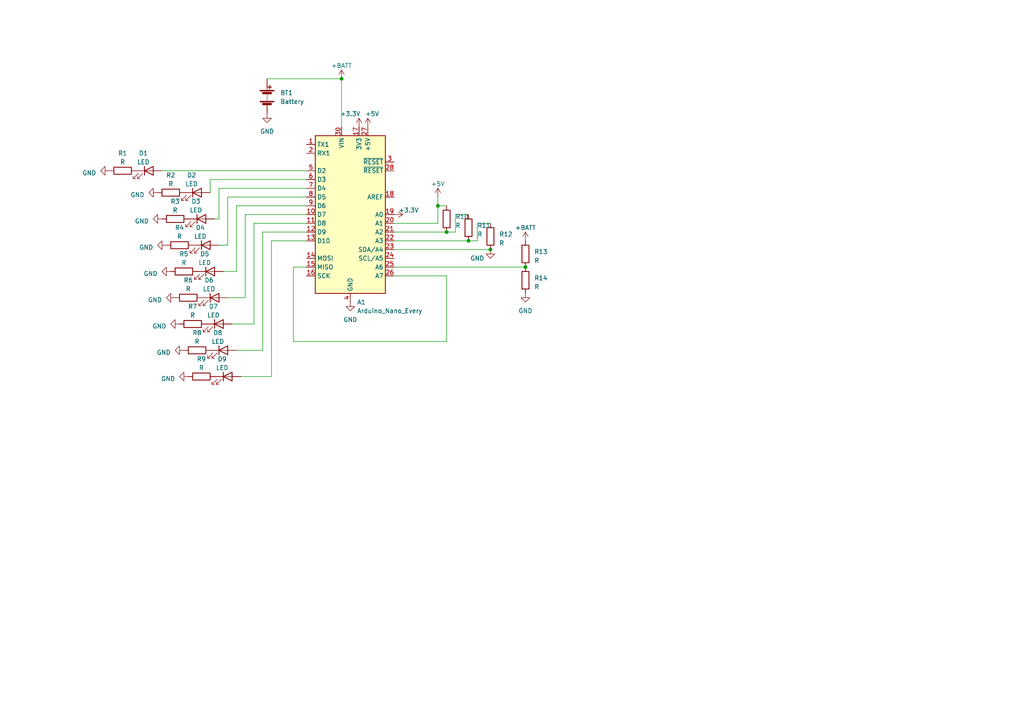
<source format=kicad_sch>
(kicad_sch (version 20230121) (generator eeschema)
  (paper "A4")
  (lib_symbols
    (symbol "Device:Battery" (pin_numbers hide) (pin_names (offset 0) hide)
      (property "Reference" "BT" (at 2.54 2.54 0))
      (property "Value" "Battery" (at 2.54 0 0))
      (symbol "Battery_0_1"
        (rectangle (start -2.032 -1.397) (end 2.032 -1.651) (fill (type outline)))
        (rectangle (start -2.032 1.778) (end 2.032 1.524) (fill (type outline)))
        (rectangle (start -1.3208 -1.9812) (end 1.27 -2.4892) (fill (type outline)))
        (rectangle (start -1.3208 1.1938) (end 1.27 0.6858) (fill (type outline)))
        (polyline (pts (xy 0 -1.524) (xy 0 -1.27)))
        (polyline (pts (xy 0 -1.016) (xy 0 -0.762)))
        (polyline (pts (xy 0 -0.508) (xy 0 -0.254)))
        (polyline (pts (xy 0 0) (xy 0 0.254)))
        (polyline (pts (xy 0 0.508) (xy 0 0.762)))
        (polyline (pts (xy 0 1.778) (xy 0 2.54)))
        (polyline (pts (xy 0.254 2.667) (xy 1.27 2.667)) (stroke (width 0.254)))
        (polyline (pts (xy 0.762 3.175) (xy 0.762 2.159)) (stroke (width 0.254)))
      )
      (symbol "Battery_1_1"
        (pin passive line (at 0 5.08 270) (length 2.54) (name "+") (number "1"))
        (pin passive line (at 0 -5.08 90) (length 2.54) (name "-") (number "2"))
      )
    )
    (symbol "Device:LED" (pin_numbers hide) (pin_names (offset 1.016) hide)
      (property "Reference" "D" (at 0 2.54 0))
      (property "Value" "LED" (at 0 -2.54 0))
      (symbol "LED_0_1"
        (polyline (pts (xy -1.27 -1.27) (xy -1.27 1.27)) (stroke (width 0.254)))
        (polyline (pts (xy -1.27 0) (xy 1.27 0)))
        (polyline (pts (xy 1.27 -1.27) (xy 1.27 1.27) (xy -1.27 0) (xy 1.27 -1.27)) (stroke (width 0.254)))
        (polyline (pts (xy -3.048 -0.762) (xy -4.572 -2.286) (xy -3.81 -2.286) (xy -4.572 -2.286) (xy -4.572 -1.524)))
        (polyline (pts (xy -1.778 -0.762) (xy -3.302 -2.286) (xy -2.54 -2.286) (xy -3.302 -2.286) (xy -3.302 -1.524)))
      )
      (symbol "LED_1_1"
        (pin passive line (at -3.81 0 0) (length 2.54) (name "K") (number "1"))
        (pin passive line (at 3.81 0 180) (length 2.54) (name "A") (number "2"))
      )
    )
    (symbol "Device:R" (pin_numbers hide) (pin_names (offset 0))
      (property "Reference" "R" (at 2.032 0 90))
      (property "Value" "R" (at 0 0 90))
      (symbol "R_0_1"
        (rectangle (start -1.016 -2.54) (end 1.016 2.54) (stroke (width 0.254)))
      )
      (symbol "R_1_1"
        (pin passive line (at 0 3.81 270) (length 1.27) (name "~") (number "1"))
        (pin passive line (at 0 -3.81 90) (length 1.27) (name "~") (number "2"))
      )
    )
    (symbol "MCU_Module:Arduino_Nano_Every"
      (property "Reference" "A" (at -10.16 23.495 0))
      (property "Value" "Arduino_Nano_Every" (at 5.08 -24.13 0))
      (symbol "Arduino_Nano_Every_0_1"
        (rectangle (start -10.16 22.86) (end 10.16 -22.86) (stroke (width 0.254)) (fill (type background)))
      )
      (symbol "Arduino_Nano_Every_1_1"
        (pin bidirectional line (at -12.7 20.32 0) (length 2.54) (name "TX1") (number "1"))
        (pin bidirectional line (at -12.7 0 0) (length 2.54) (name "D7") (number "10"))
        (pin bidirectional line (at -12.7 -2.54 0) (length 2.54) (name "D8") (number "11"))
        (pin bidirectional line (at -12.7 -5.08 0) (length 2.54) (name "D9") (number "12"))
        (pin bidirectional line (at -12.7 -7.62 0) (length 2.54) (name "D10") (number "13"))
        (pin bidirectional line (at -12.7 -12.7 0) (length 2.54) (name "MOSI") (number "14"))
        (pin bidirectional line (at -12.7 -15.24 0) (length 2.54) (name "MISO") (number "15"))
        (pin bidirectional line (at -12.7 -17.78 0) (length 2.54) (name "SCK") (number "16"))
        (pin power_out line (at 2.54 25.4 270) (length 2.54) (name "3V3") (number "17"))
        (pin input line (at 12.7 5.08 180) (length 2.54) (name "AREF") (number "18"))
        (pin bidirectional line (at 12.7 0 180) (length 2.54) (name "A0") (number "19"))
        (pin bidirectional line (at -12.7 17.78 0) (length 2.54) (name "RX1") (number "2"))
        (pin bidirectional line (at 12.7 -2.54 180) (length 2.54) (name "A1") (number "20"))
        (pin bidirectional line (at 12.7 -5.08 180) (length 2.54) (name "A2") (number "21"))
        (pin bidirectional line (at 12.7 -7.62 180) (length 2.54) (name "A3") (number "22"))
        (pin bidirectional line (at 12.7 -10.16 180) (length 2.54) (name "SDA/A4") (number "23"))
        (pin bidirectional line (at 12.7 -12.7 180) (length 2.54) (name "SCL/A5") (number "24"))
        (pin bidirectional line (at 12.7 -15.24 180) (length 2.54) (name "A6") (number "25"))
        (pin bidirectional line (at 12.7 -17.78 180) (length 2.54) (name "A7") (number "26"))
        (pin power_out line (at 5.08 25.4 270) (length 2.54) (name "+5V") (number "27"))
        (pin input line (at 12.7 12.7 180) (length 2.54) (name "~{RESET}") (number "28"))
        (pin passive line (at 0 -25.4 90) (length 2.54) hide (name "GND") (number "29"))
        (pin input line (at 12.7 15.24 180) (length 2.54) (name "~{RESET}") (number "3"))
        (pin power_in line (at -2.54 25.4 270) (length 2.54) (name "VIN") (number "30"))
        (pin power_in line (at 0 -25.4 90) (length 2.54) (name "GND") (number "4"))
        (pin bidirectional line (at -12.7 12.7 0) (length 2.54) (name "D2") (number "5"))
        (pin bidirectional line (at -12.7 10.16 0) (length 2.54) (name "D3") (number "6"))
        (pin bidirectional line (at -12.7 7.62 0) (length 2.54) (name "D4") (number "7"))
        (pin bidirectional line (at -12.7 5.08 0) (length 2.54) (name "D5") (number "8"))
        (pin bidirectional line (at -12.7 2.54 0) (length 2.54) (name "D6") (number "9"))
      )
    )
    (symbol "power:+3.3V" (power) (pin_names (offset 0))
      (property "Value" "+3.3V" (at 0 3.556 0))
      (symbol "+3.3V_0_1"
        (polyline (pts (xy -0.762 1.27) (xy 0 2.54)))
        (polyline (pts (xy 0 0) (xy 0 2.54)))
        (polyline (pts (xy 0 2.54) (xy 0.762 1.27)))
      )
      (symbol "+3.3V_1_1"
        (pin power_in line (at 0 0 90) (length 0) hide (name "+3.3V") (number "1"))
      )
    )
    (symbol "power:+5V" (power) (pin_names (offset 0))
      (property "Value" "+5V" (at 0 3.556 0))
      (symbol "+5V_0_1"
        (polyline (pts (xy -0.762 1.27) (xy 0 2.54)))
        (polyline (pts (xy 0 0) (xy 0 2.54)))
        (polyline (pts (xy 0 2.54) (xy 0.762 1.27)))
      )
      (symbol "+5V_1_1"
        (pin power_in line (at 0 0 90) (length 0) hide (name "+5V") (number "1"))
      )
    )
    (symbol "power:+BATT" (power) (pin_names (offset 0))
      (property "Value" "+BATT" (at 0 3.556 0))
      (symbol "+BATT_0_1"
        (polyline (pts (xy -0.762 1.27) (xy 0 2.54)))
        (polyline (pts (xy 0 0) (xy 0 2.54)))
        (polyline (pts (xy 0 2.54) (xy 0.762 1.27)))
      )
      (symbol "+BATT_1_1"
        (pin power_in line (at 0 0 90) (length 0) hide (name "+BATT") (number "1"))
      )
    )
    (symbol "power:GND" (power) (pin_names (offset 0))
      (property "Value" "GND" (at 0 -3.81 0))
      (symbol "GND_0_1"
        (polyline (pts (xy 0 0) (xy 0 -1.27) (xy 1.27 -1.27) (xy 0 -2.54) (xy -1.27 -1.27) (xy 0 -1.27)))
      )
      (symbol "GND_1_1"
        (pin power_in line (at 0 0 270) (length 0) hide (name "GND") (number "1"))
      )
    )
  )
  (junction (at 99.06 22.86))
  (junction (at 152.4 77.47))
  (junction (at 135.89 69.85))
  (junction (at 129.54 67.31))
  (junction (at 127 59.69))
  (junction (at 142.24 72.39))
  (wire (pts (xy 63.5 71.12) (xy 66.04 71.12)))
  (wire (pts (xy 127 59.69) (xy 129.54 59.69)))
  (wire (pts (xy 63.5 63.5) (xy 63.5 54.61)))
  (wire (pts (xy 132.08 62.23) (xy 132.08 67.31)))
  (wire (pts (xy 64.77 78.74) (xy 68.58 78.74)))
  (wire (pts (xy 66.04 71.12) (xy 66.04 57.15)))
  (wire (pts (xy 62.23 63.5) (xy 63.5 63.5)))
  (wire (pts (xy 129.54 99.06) (xy 129.54 80.01)))
  (wire (pts (xy 76.2 67.31) (xy 88.9 67.31)))
  (wire (pts (xy 88.9 49.53) (xy 46.99 49.53)))
  (wire (pts (xy 142.24 64.77) (xy 138.43 64.77)))
  (wire (pts (xy 67.31 93.98) (xy 73.66 93.98)))
  (wire (pts (xy 114.3 67.31) (xy 129.54 67.31)))
  (wire (pts (xy 88.9 77.47) (xy 85.09 77.47)))
  (wire (pts (xy 68.58 78.74) (xy 68.58 59.69)))
  (wire (pts (xy 66.04 57.15) (xy 88.9 57.15)))
  (wire (pts (xy 69.85 109.22) (xy 78.74 109.22)))
  (wire (pts (xy 138.43 64.77) (xy 138.43 69.85)))
  (wire (pts (xy 73.66 93.98) (xy 73.66 64.77)))
  (wire (pts (xy 135.89 62.23) (xy 132.08 62.23)))
  (wire (pts (xy 132.08 67.31) (xy 129.54 67.31)))
  (wire (pts (xy 68.58 101.6) (xy 76.2 101.6)))
  (wire (pts (xy 60.96 52.07) (xy 60.96 55.88)))
  (wire (pts (xy 114.3 69.85) (xy 135.89 69.85)))
  (wire (pts (xy 66.04 86.36) (xy 71.12 86.36)))
  (wire (pts (xy 71.12 86.36) (xy 71.12 62.23)))
  (wire (pts (xy 78.74 109.22) (xy 78.74 69.85)))
  (wire (pts (xy 99.06 22.86) (xy 77.47 22.86)))
  (wire (pts (xy 68.58 59.69) (xy 88.9 59.69)))
  (wire (pts (xy 63.5 54.61) (xy 88.9 54.61)))
  (wire (pts (xy 85.09 99.06) (xy 129.54 99.06)))
  (wire (pts (xy 114.3 80.01) (xy 129.54 80.01)))
  (wire (pts (xy 88.9 52.07) (xy 60.96 52.07)))
  (wire (pts (xy 71.12 62.23) (xy 88.9 62.23)))
  (wire (pts (xy 138.43 69.85) (xy 135.89 69.85)))
  (wire (pts (xy 76.2 101.6) (xy 76.2 67.31)))
  (wire (pts (xy 85.09 77.47) (xy 85.09 99.06)))
  (wire (pts (xy 127 57.15) (xy 127 59.69)))
  (wire (pts (xy 78.74 69.85) (xy 88.9 69.85)))
  (wire (pts (xy 114.3 77.47) (xy 152.4 77.47)))
  (wire (pts (xy 73.66 64.77) (xy 88.9 64.77)))
  (wire (pts (xy 127 59.69) (xy 127 64.77)))
  (wire (pts (xy 114.3 72.39) (xy 142.24 72.39)))
  (wire (pts (xy 127 64.77) (xy 114.3 64.77)))
  (wire (pts (xy 99.06 36.83) (xy 99.06 22.86)))
  (symbol (lib_id "power:GND") (at 49.53 78.74 270) (unit 1)
    (property "Reference" "#PWR05" (effects hide))
    (property "Value" "GND" (at 45.72 79.375 90) (effects (justify right)))
  )
  (symbol (lib_id "power:GND") (at 142.24 72.39 0) (unit 1)
    (property "Reference" "#PWR017" (effects hide))
    (property "Value" "GND" (at 138.43 74.93 0))
  )
  (symbol (lib_id "Device:R") (at 49.53 55.88 90) (unit 1)
    (property "Reference" "R2" (at 49.53 50.8 90))
    (property "Value" "R" (at 49.53 53.34 90))
    (property "Footprint" "Tracker Custom Library:Resistor" (effects hide))
  )
  (symbol (lib_id "Device:R") (at 54.61 86.36 90) (unit 1)
    (property "Reference" "R6" (at 54.61 81.28 90))
    (property "Value" "R" (at 54.61 83.82 90))
    (property "Footprint" "Resistor_SMD:R_1206_3216Metric_Pad1.30x1.75mm_HandSolder" (effects hide))
  )
  (symbol (lib_id "Device:Battery") (at 77.47 27.94 0) (unit 1)
    (property "Reference" "BT1" (at 81.28 26.924 0) (effects (justify left)))
    (property "Value" "Battery" (at 81.28 29.464 0) (effects (justify left)))
    (property "Footprint" "Tracker Custom Library:Keystone 967 9V battery holder" (effects hide))
  )
  (symbol (lib_id "Device:R") (at 135.89 66.04 0) (unit 1)
    (property "Reference" "R11" (at 138.43 65.405 0) (effects (justify left)))
    (property "Value" "R" (at 138.43 67.945 0) (effects (justify left)))
    (property "Footprint" "Tracker Custom Library:Resistor" (effects hide))
  )
  (symbol (lib_id "Device:R") (at 142.24 68.58 0) (unit 1)
    (property "Reference" "R12" (at 144.78 67.945 0) (effects (justify left)))
    (property "Value" "R" (at 144.78 70.485 0) (effects (justify left)))
    (property "Footprint" "Tracker Custom Library:Resistor" (effects hide))
  )
  (symbol (lib_id "Device:R") (at 129.54 63.5 0) (unit 1)
    (property "Reference" "R10" (at 132.08 62.865 0) (effects (justify left)))
    (property "Value" "R" (at 132.08 65.405 0) (effects (justify left)))
    (property "Footprint" "Tracker Custom Library:Resistor" (effects hide))
  )
  (symbol (lib_id "Device:R") (at 58.42 109.22 90) (unit 1)
    (property "Reference" "R9" (at 58.42 104.14 90))
    (property "Value" "R" (at 58.42 106.68 90))
    (property "Footprint" "Resistor_SMD:R_1206_3216Metric_Pad1.30x1.75mm_HandSolder" (effects hide))
  )
  (symbol (lib_id "Device:R") (at 152.4 81.28 0) (unit 1)
    (property "Reference" "R14" (at 154.94 80.645 0) (effects (justify left)))
    (property "Value" "R" (at 154.94 83.185 0) (effects (justify left)))
    (property "Footprint" "Resistor_SMD:R_1206_3216Metric_Pad1.30x1.75mm_HandSolder" (effects hide))
  )
  (symbol (lib_id "Device:LED") (at 43.18 49.53 0) (unit 1)
    (property "Reference" "D1" (at 41.5925 44.45 0))
    (property "Value" "LED" (at 41.5925 46.99 0))
    (property "Footprint" "Tracker Custom Library:LED" (effects hide))
  )
  (symbol (lib_id "Device:LED") (at 66.04 109.22 0) (unit 1)
    (property "Reference" "D9" (at 64.4525 104.14 0))
    (property "Value" "LED" (at 64.4525 106.68 0))
    (property "Footprint" "LED_SMD:LED_1206_3216Metric_Pad1.42x1.75mm_HandSolder" (effects hide))
  )
  (symbol (lib_id "Device:R") (at 55.88 93.98 90) (unit 1)
    (property "Reference" "R7" (at 55.88 88.9 90))
    (property "Value" "R" (at 55.88 91.44 90))
    (property "Footprint" "Resistor_SMD:R_1206_3216Metric_Pad1.30x1.75mm_HandSolder" (effects hide))
  )
  (symbol (lib_id "Device:LED") (at 64.77 101.6 0) (unit 1)
    (property "Reference" "D8" (at 63.1825 96.52 0))
    (property "Value" "LED" (at 63.1825 99.06 0))
    (property "Footprint" "LED_SMD:LED_1206_3216Metric_Pad1.42x1.75mm_HandSolder" (effects hide))
  )
  (symbol (lib_id "power:GND") (at 48.26 71.12 270) (unit 1)
    (property "Reference" "#PWR04" (effects hide))
    (property "Value" "GND" (at 44.45 71.755 90) (effects (justify right)))
  )
  (symbol (lib_id "power:GND") (at 50.8 86.36 270) (unit 1)
    (property "Reference" "#PWR06" (effects hide))
    (property "Value" "GND" (at 46.99 86.995 90) (effects (justify right)))
  )
  (symbol (lib_id "power:GND") (at 53.34 101.6 270) (unit 1)
    (property "Reference" "#PWR08" (effects hide))
    (property "Value" "GND" (at 49.53 102.235 90) (effects (justify right)))
  )
  (symbol (lib_id "Device:R") (at 35.56 49.53 90) (unit 1)
    (property "Reference" "R1" (at 35.56 44.45 90))
    (property "Value" "R" (at 35.56 46.99 90))
    (property "Footprint" "Tracker Custom Library:Resistor" (effects hide))
  )
  (symbol (lib_id "power:GND") (at 31.75 49.53 270) (unit 1)
    (property "Reference" "#PWR01" (effects hide))
    (property "Value" "GND" (at 27.94 50.165 90) (effects (justify right)))
  )
  (symbol (lib_id "power:GND") (at 101.6 87.63 0) (unit 1)
    (property "Reference" "#PWR012" (effects hide))
    (property "Value" "GND" (at 101.6 92.71 0))
  )
  (symbol (lib_id "Device:R") (at 52.07 71.12 90) (unit 1)
    (property "Reference" "R4" (at 52.07 66.04 90))
    (property "Value" "R" (at 52.07 68.58 90))
    (property "Footprint" "Tracker Custom Library:Resistor" (effects hide))
  )
  (symbol (lib_id "power:+3.3V") (at 114.3 62.23 270) (unit 1)
    (property "Reference" "#PWR015" (effects hide))
    (property "Value" "+3.3V" (at 115.57 60.96 90) (effects (justify left)))
  )
  (symbol (lib_id "power:+3.3V") (at 104.14 36.83 0) (unit 1)
    (property "Reference" "#PWR013" (effects hide))
    (property "Value" "+3.3V" (at 101.6 33.02 0))
  )
  (symbol (lib_id "Device:LED") (at 57.15 55.88 0) (unit 1)
    (property "Reference" "D2" (at 55.5625 50.8 0))
    (property "Value" "LED" (at 55.5625 53.34 0))
    (property "Footprint" "Tracker Custom Library:LED" (effects hide))
  )
  (symbol (lib_id "power:GND") (at 46.99 63.5 270) (unit 1)
    (property "Reference" "#PWR03" (effects hide))
    (property "Value" "GND" (at 43.18 64.135 90) (effects (justify right)))
  )
  (symbol (lib_id "power:GND") (at 45.72 55.88 270) (unit 1)
    (property "Reference" "#PWR02" (effects hide))
    (property "Value" "GND" (at 41.91 56.515 90) (effects (justify right)))
  )
  (symbol (lib_id "Device:R") (at 53.34 78.74 90) (unit 1)
    (property "Reference" "R5" (at 53.34 73.66 90))
    (property "Value" "R" (at 53.34 76.2 90))
    (property "Footprint" "Tracker Custom Library:Resistor" (effects hide))
  )
  (symbol (lib_id "Device:LED") (at 60.96 78.74 0) (unit 1)
    (property "Reference" "D5" (at 59.3725 73.66 0))
    (property "Value" "LED" (at 59.3725 76.2 0))
    (property "Footprint" "Tracker Custom Library:LED" (effects hide))
  )
  (symbol (lib_id "Device:LED") (at 59.69 71.12 0) (unit 1)
    (property "Reference" "D4" (at 58.1025 66.04 0))
    (property "Value" "LED" (at 58.1025 68.58 0))
    (property "Footprint" "Tracker Custom Library:LED" (effects hide))
  )
  (symbol (lib_id "MCU_Module:Arduino_Nano_Every") (at 101.6 62.23 0) (unit 1)
    (property "Reference" "A1" (at 103.5559 87.63 0) (effects (justify left)))
    (property "Value" "Arduino_Nano_Every" (at 103.5559 90.17 0) (effects (justify left)))
    (property "Footprint" "Module:Arduino_Nano" (effects hide))
    (property "Datasheet" "https://content.arduino.cc/assets/NANOEveryV3.0_sch.pdf" (effects hide))
  )
  (symbol (lib_id "Device:R") (at 152.4 73.66 0) (unit 1)
    (property "Reference" "R13" (at 154.94 73.025 0) (effects (justify left)))
    (property "Value" "R" (at 154.94 75.565 0) (effects (justify left)))
    (property "Footprint" "Resistor_SMD:R_1206_3216Metric_Pad1.30x1.75mm_HandSolder" (effects hide))
  )
  (symbol (lib_id "power:GND") (at 152.4 85.09 0) (unit 1)
    (property "Reference" "#PWR019" (effects hide))
    (property "Value" "GND" (at 152.4 90.17 0))
  )
  (symbol (lib_id "power:+5V") (at 106.68 36.83 0) (unit 1)
    (property "Reference" "#PWR014" (effects hide))
    (property "Value" "+5V" (at 107.95 33.02 0))
  )
  (symbol (lib_id "power:+5V") (at 127 57.15 0) (unit 1)
    (property "Reference" "#PWR016" (effects hide))
    (property "Value" "+5V" (at 127 53.34 0))
  )
  (symbol (lib_id "power:+BATT") (at 152.4 69.85 0) (unit 1)
    (property "Reference" "#PWR018" (effects hide))
    (property "Value" "+BATT" (at 152.4 66.04 0))
  )
  (symbol (lib_id "Device:R") (at 50.8 63.5 90) (unit 1)
    (property "Reference" "R3" (at 50.8 58.42 90))
    (property "Value" "R" (at 50.8 60.96 90))
    (property "Footprint" "Tracker Custom Library:Resistor" (effects hide))
  )
  (symbol (lib_id "power:GND") (at 52.07 93.98 270) (unit 1)
    (property "Reference" "#PWR07" (effects hide))
    (property "Value" "GND" (at 48.26 94.615 90) (effects (justify right)))
  )
  (symbol (lib_id "Device:LED") (at 63.5 93.98 0) (unit 1)
    (property "Reference" "D7" (at 61.9125 88.9 0))
    (property "Value" "LED" (at 61.9125 91.44 0))
    (property "Footprint" "LED_SMD:LED_1206_3216Metric_Pad1.42x1.75mm_HandSolder" (effects hide))
  )
  (symbol (lib_id "Device:LED") (at 62.23 86.36 0) (unit 1)
    (property "Reference" "D6" (at 60.6425 81.28 0))
    (property "Value" "LED" (at 60.6425 83.82 0))
    (property "Footprint" "LED_SMD:LED_1206_3216Metric_Pad1.42x1.75mm_HandSolder" (effects hide))
  )
  (symbol (lib_id "power:+BATT") (at 99.06 22.86 0) (unit 1)
    (property "Reference" "#PWR011" (effects hide))
    (property "Value" "+BATT" (at 99.06 19.05 0))
  )
  (symbol (lib_id "Device:LED") (at 58.42 63.5 0) (unit 1)
    (property "Reference" "D3" (at 56.8325 58.42 0))
    (property "Value" "LED" (at 56.8325 60.96 0))
    (property "Footprint" "Tracker Custom Library:LED" (effects hide))
  )
  (symbol (lib_id "power:GND") (at 77.47 33.02 0) (unit 1)
    (property "Reference" "#PWR010" (effects hide))
    (property "Value" "GND" (at 77.47 38.1 0))
  )
  (symbol (lib_id "power:GND") (at 54.61 109.22 270) (unit 1)
    (property "Reference" "#PWR09" (effects hide))
    (property "Value" "GND" (at 50.8 109.855 90) (effects (justify right)))
  )
  (symbol (lib_id "Device:R") (at 57.15 101.6 90) (unit 1)
    (property "Reference" "R8" (at 57.15 96.52 90))
    (property "Value" "R" (at 57.15 99.06 90))
    (property "Footprint" "Resistor_SMD:R_1206_3216Metric_Pad1.30x1.75mm_HandSolder" (effects hide))
  )
)
</source>
